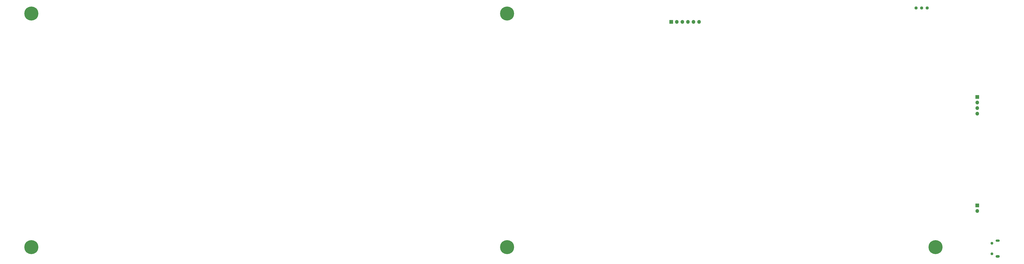
<source format=gbs>
G04 #@! TF.GenerationSoftware,KiCad,Pcbnew,(5.1.10-1-10_14)*
G04 #@! TF.CreationDate,2021-11-04T03:32:05+08:00*
G04 #@! TF.ProjectId,traintracker,74726169-6e74-4726-9163-6b65722e6b69,rev?*
G04 #@! TF.SameCoordinates,Original*
G04 #@! TF.FileFunction,Soldermask,Bot*
G04 #@! TF.FilePolarity,Negative*
%FSLAX46Y46*%
G04 Gerber Fmt 4.6, Leading zero omitted, Abs format (unit mm)*
G04 Created by KiCad (PCBNEW (5.1.10-1-10_14)) date 2021-11-04 03:32:05*
%MOMM*%
%LPD*%
G01*
G04 APERTURE LIST*
%ADD10O,1.900000X1.070000*%
%ADD11O,1.900000X1.200000*%
%ADD12C,1.300000*%
%ADD13C,6.400000*%
%ADD14C,1.440000*%
%ADD15R,1.700000X1.700000*%
%ADD16O,1.700000X1.700000*%
G04 APERTURE END LIST*
D10*
G04 #@! TO.C,J2*
X498231183Y-150735992D03*
D11*
X498231183Y-157935992D03*
D12*
X495581183Y-151910992D03*
X495581183Y-156760992D03*
G04 #@! TD*
D13*
G04 #@! TO.C,REF\u002A\u002A*
X274320000Y-46990000D03*
G04 #@! TD*
G04 #@! TO.C,REF\u002A\u002A*
X469900000Y-153670000D03*
G04 #@! TD*
G04 #@! TO.C,REF\u002A\u002A*
X274320000Y-153670000D03*
G04 #@! TD*
G04 #@! TO.C,REF\u002A\u002A*
X57150000Y-153670000D03*
G04 #@! TD*
G04 #@! TO.C,REF\u002A\u002A*
X57150000Y-46990000D03*
G04 #@! TD*
D14*
G04 #@! TO.C,RV1*
X466090000Y-44450000D03*
X463550000Y-44450000D03*
X461010000Y-44450000D03*
G04 #@! TD*
D15*
G04 #@! TO.C,J4*
X349250000Y-50800000D03*
D16*
X351790000Y-50800000D03*
X354330000Y-50800000D03*
X356870000Y-50800000D03*
X359410000Y-50800000D03*
X361950000Y-50800000D03*
G04 #@! TD*
D15*
G04 #@! TO.C,J1*
X488950000Y-85090000D03*
D16*
X488950000Y-87630000D03*
X488950000Y-90170000D03*
X488950000Y-92710000D03*
G04 #@! TD*
D15*
G04 #@! TO.C,J3*
X488950000Y-134620000D03*
D16*
X488950000Y-137160000D03*
G04 #@! TD*
M02*

</source>
